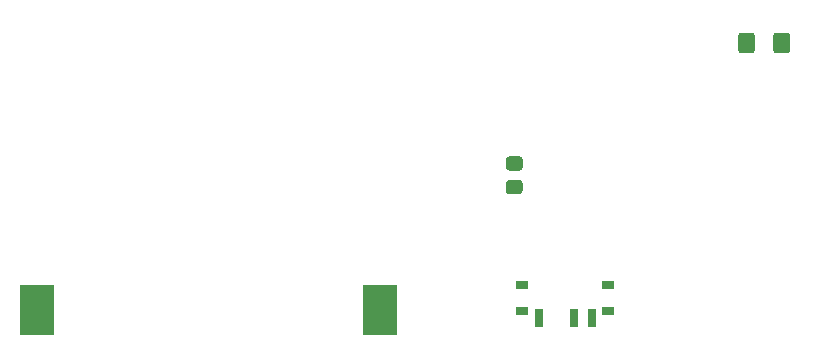
<source format=gbr>
%TF.GenerationSoftware,KiCad,Pcbnew,(5.1.10)-1*%
%TF.CreationDate,2022-09-07T22:56:21-04:00*%
%TF.ProjectId,HACK Badges,4841434b-2042-4616-9467-65732e6b6963,rev?*%
%TF.SameCoordinates,Original*%
%TF.FileFunction,Paste,Bot*%
%TF.FilePolarity,Positive*%
%FSLAX46Y46*%
G04 Gerber Fmt 4.6, Leading zero omitted, Abs format (unit mm)*
G04 Created by KiCad (PCBNEW (5.1.10)-1) date 2022-09-07 22:56:21*
%MOMM*%
%LPD*%
G01*
G04 APERTURE LIST*
%ADD10R,3.000000X4.200000*%
%ADD11R,0.700000X1.500000*%
%ADD12R,1.000000X0.800000*%
G04 APERTURE END LIST*
D10*
%TO.C,BT1*%
X162390000Y-123080000D03*
X133390000Y-123080000D03*
%TD*%
%TO.C,D1*%
G36*
G01*
X197110000Y-99845000D02*
X197110000Y-101095000D01*
G75*
G02*
X196860000Y-101345000I-250000J0D01*
G01*
X195935000Y-101345000D01*
G75*
G02*
X195685000Y-101095000I0J250000D01*
G01*
X195685000Y-99845000D01*
G75*
G02*
X195935000Y-99595000I250000J0D01*
G01*
X196860000Y-99595000D01*
G75*
G02*
X197110000Y-99845000I0J-250000D01*
G01*
G37*
G36*
G01*
X194135000Y-99845000D02*
X194135000Y-101095000D01*
G75*
G02*
X193885000Y-101345000I-250000J0D01*
G01*
X192960000Y-101345000D01*
G75*
G02*
X192710000Y-101095000I0J250000D01*
G01*
X192710000Y-99845000D01*
G75*
G02*
X192960000Y-99595000I250000J0D01*
G01*
X193885000Y-99595000D01*
G75*
G02*
X194135000Y-99845000I0J-250000D01*
G01*
G37*
%TD*%
%TO.C,R1*%
G36*
G01*
X173309999Y-110080000D02*
X174210001Y-110080000D01*
G75*
G02*
X174460000Y-110329999I0J-249999D01*
G01*
X174460000Y-111030001D01*
G75*
G02*
X174210001Y-111280000I-249999J0D01*
G01*
X173309999Y-111280000D01*
G75*
G02*
X173060000Y-111030001I0J249999D01*
G01*
X173060000Y-110329999D01*
G75*
G02*
X173309999Y-110080000I249999J0D01*
G01*
G37*
G36*
G01*
X173309999Y-112080000D02*
X174210001Y-112080000D01*
G75*
G02*
X174460000Y-112329999I0J-249999D01*
G01*
X174460000Y-113030001D01*
G75*
G02*
X174210001Y-113280000I-249999J0D01*
G01*
X173309999Y-113280000D01*
G75*
G02*
X173060000Y-113030001I0J249999D01*
G01*
X173060000Y-112329999D01*
G75*
G02*
X173309999Y-112080000I249999J0D01*
G01*
G37*
%TD*%
D11*
%TO.C,SW1*%
X175830000Y-123790000D03*
X178830000Y-123790000D03*
X180330000Y-123790000D03*
D12*
X174430000Y-123140000D03*
X174430000Y-120940000D03*
X181730000Y-123140000D03*
X181730000Y-120940000D03*
%TD*%
M02*

</source>
